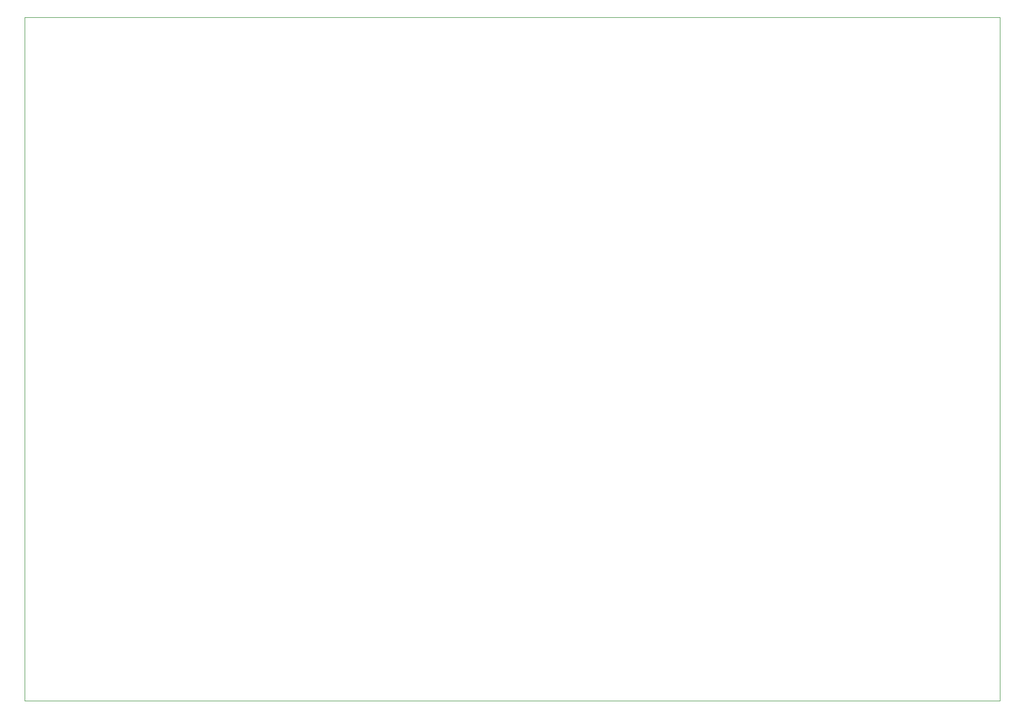
<source format=gbr>
%TF.GenerationSoftware,KiCad,Pcbnew,(5.1.6)-1*%
%TF.CreationDate,2020-07-17T12:23:20-05:00*%
%TF.ProjectId,Covid,436f7669-642e-46b6-9963-61645f706362,rev?*%
%TF.SameCoordinates,Original*%
%TF.FileFunction,Profile,NP*%
%FSLAX46Y46*%
G04 Gerber Fmt 4.6, Leading zero omitted, Abs format (unit mm)*
G04 Created by KiCad (PCBNEW (5.1.6)-1) date 2020-07-17 12:23:20*
%MOMM*%
%LPD*%
G01*
G04 APERTURE LIST*
%TA.AperFunction,Profile*%
%ADD10C,0.050000*%
%TD*%
G04 APERTURE END LIST*
D10*
X27940000Y-144780000D02*
X27940000Y-34290000D01*
X185420000Y-34290000D02*
X185420000Y-144780000D01*
X185420000Y-144780000D02*
X27940000Y-144780000D01*
X27940000Y-34290000D02*
X185420000Y-34290000D01*
M02*

</source>
